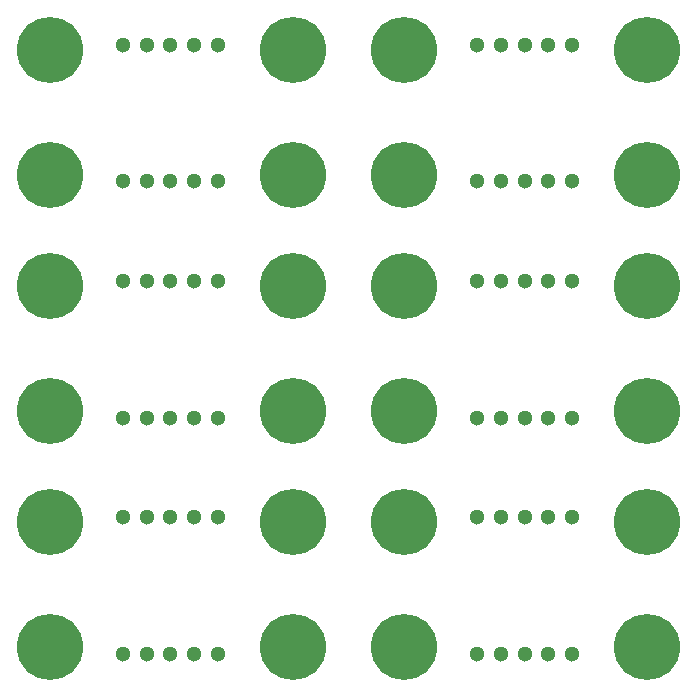
<source format=gbs>
%MOIN*%
%OFA0B0*%
%FSLAX46Y46*%
%IPPOS*%
%LPD*%
%ADD10C,0.051181102362204731*%
%ADD11C,0.22047244094488189*%
%ADD12C,0.14173228346456693*%
%ADD23C,0.051181102362204731*%
%ADD24C,0.22047244094488189*%
%ADD25C,0.14173228346456693*%
%ADD26C,0.051181102362204731*%
%ADD27C,0.22047244094488189*%
%ADD28C,0.14173228346456693*%
%ADD29C,0.051181102362204731*%
%ADD30C,0.22047244094488189*%
%ADD31C,0.14173228346456693*%
%ADD32C,0.051181102362204731*%
%ADD33C,0.22047244094488189*%
%ADD34C,0.14173228346456693*%
%ADD35C,0.051181102362204731*%
%ADD36C,0.22047244094488189*%
%ADD37C,0.14173228346456693*%
G01*
D10*
X-0004771889Y0004232500D02*
X0000685590Y0000560000D03*
X0000606850Y0000560000D03*
X0000528110Y0000560000D03*
X0000449370Y0000560000D03*
X0000370629Y0000560000D03*
X0000370629Y0000103999D03*
X0000449370Y0000103999D03*
X0000528110Y0000103999D03*
X0000606850Y0000103999D03*
X0000685590Y0000103999D03*
D11*
X0000125984Y0000125984D03*
D12*
X0000125984Y0000125984D03*
D11*
X0000937007Y0000125984D03*
D12*
X0000937007Y0000125984D03*
D11*
X0000937007Y0000543307D03*
D12*
X0000937007Y0000543307D03*
D11*
X0000125984Y0000543307D03*
D12*
X0000125984Y0000543307D03*
G04 next file*
G04 Gerber Fmt 4.6, Leading zero omitted, Abs format (unit mm)*
G04 Created by KiCad (PCBNEW (5.1.10)-1) date 2021-09-16 22:13:13*
G01*
G04 APERTURE LIST*
G04 APERTURE END LIST*
D23*
X-0003590787Y0004232500D02*
X0001866692Y0000560000D03*
X0001787952Y0000560000D03*
X0001709212Y0000560000D03*
X0001630472Y0000560000D03*
X0001551732Y0000560000D03*
X0001551732Y0000103999D03*
X0001630472Y0000103999D03*
X0001709212Y0000103999D03*
X0001787952Y0000103999D03*
X0001866692Y0000103999D03*
D24*
X0001307086Y0000125984D03*
D25*
X0001307086Y0000125984D03*
D24*
X0002118110Y0000125984D03*
D25*
X0002118110Y0000125984D03*
D24*
X0002118110Y0000543307D03*
D25*
X0002118110Y0000543307D03*
D24*
X0001307086Y0000543307D03*
D25*
X0001307086Y0000543307D03*
G04 next file*
G04 Gerber Fmt 4.6, Leading zero omitted, Abs format (unit mm)*
G04 Created by KiCad (PCBNEW (5.1.10)-1) date 2021-09-16 22:13:13*
G01*
G04 APERTURE LIST*
G04 APERTURE END LIST*
D26*
X-0004771889Y0005019901D02*
X0000685590Y0001347401D03*
X0000606850Y0001347401D03*
X0000528110Y0001347401D03*
X0000449370Y0001347401D03*
X0000370629Y0001347401D03*
X0000370629Y0000891401D03*
X0000449370Y0000891401D03*
X0000528110Y0000891401D03*
X0000606850Y0000891401D03*
X0000685590Y0000891401D03*
D27*
X0000125984Y0000913385D03*
D28*
X0000125984Y0000913385D03*
D27*
X0000937007Y0000913385D03*
D28*
X0000937007Y0000913385D03*
D27*
X0000937007Y0001330708D03*
D28*
X0000937007Y0001330708D03*
D27*
X0000125984Y0001330708D03*
D28*
X0000125984Y0001330708D03*
G04 next file*
G04 Gerber Fmt 4.6, Leading zero omitted, Abs format (unit mm)*
G04 Created by KiCad (PCBNEW (5.1.10)-1) date 2021-09-16 22:13:13*
G01*
G04 APERTURE LIST*
G04 APERTURE END LIST*
D29*
X-0004771889Y0005807303D02*
X0000685590Y0002134803D03*
X0000606850Y0002134803D03*
X0000528110Y0002134803D03*
X0000449370Y0002134803D03*
X0000370629Y0002134803D03*
X0000370629Y0001678803D03*
X0000449370Y0001678803D03*
X0000528110Y0001678803D03*
X0000606850Y0001678803D03*
X0000685590Y0001678803D03*
D30*
X0000125984Y0001700787D03*
D31*
X0000125984Y0001700787D03*
D30*
X0000937007Y0001700787D03*
D31*
X0000937007Y0001700787D03*
D30*
X0000937007Y0002118110D03*
D31*
X0000937007Y0002118110D03*
D30*
X0000125984Y0002118110D03*
D31*
X0000125984Y0002118110D03*
G04 next file*
G04 Gerber Fmt 4.6, Leading zero omitted, Abs format (unit mm)*
G04 Created by KiCad (PCBNEW (5.1.10)-1) date 2021-09-16 22:13:13*
G01*
G04 APERTURE LIST*
G04 APERTURE END LIST*
D32*
X-0003590787Y0005019901D02*
X0001866692Y0001347401D03*
X0001787952Y0001347401D03*
X0001709212Y0001347401D03*
X0001630472Y0001347401D03*
X0001551732Y0001347401D03*
X0001551732Y0000891401D03*
X0001630472Y0000891401D03*
X0001709212Y0000891401D03*
X0001787952Y0000891401D03*
X0001866692Y0000891401D03*
D33*
X0001307086Y0000913385D03*
D34*
X0001307086Y0000913385D03*
D33*
X0002118110Y0000913385D03*
D34*
X0002118110Y0000913385D03*
D33*
X0002118110Y0001330708D03*
D34*
X0002118110Y0001330708D03*
D33*
X0001307086Y0001330708D03*
D34*
X0001307086Y0001330708D03*
G04 next file*
G04 Gerber Fmt 4.6, Leading zero omitted, Abs format (unit mm)*
G04 Created by KiCad (PCBNEW (5.1.10)-1) date 2021-09-16 22:13:13*
G01*
G04 APERTURE LIST*
G04 APERTURE END LIST*
D35*
X-0003590787Y0005807303D02*
X0001866692Y0002134803D03*
X0001787952Y0002134803D03*
X0001709212Y0002134803D03*
X0001630472Y0002134803D03*
X0001551732Y0002134803D03*
X0001551732Y0001678803D03*
X0001630472Y0001678803D03*
X0001709212Y0001678803D03*
X0001787952Y0001678803D03*
X0001866692Y0001678803D03*
D36*
X0001307086Y0001700787D03*
D37*
X0001307086Y0001700787D03*
D36*
X0002118110Y0001700787D03*
D37*
X0002118110Y0001700787D03*
D36*
X0002118110Y0002118110D03*
D37*
X0002118110Y0002118110D03*
D36*
X0001307086Y0002118110D03*
D37*
X0001307086Y0002118110D03*
M02*
</source>
